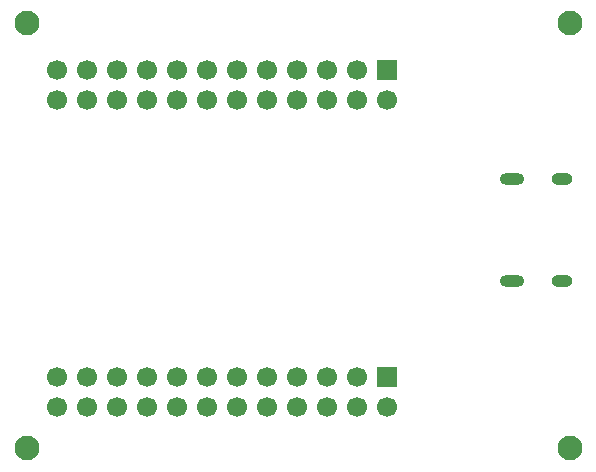
<source format=gbr>
%TF.GenerationSoftware,KiCad,Pcbnew,9.0.5*%
%TF.CreationDate,2025-11-16T12:38:37+03:30*%
%TF.ProjectId,WeAct-STM32G474,57654163-742d-4535-944d-333247343734,rev?*%
%TF.SameCoordinates,Original*%
%TF.FileFunction,Soldermask,Bot*%
%TF.FilePolarity,Negative*%
%FSLAX46Y46*%
G04 Gerber Fmt 4.6, Leading zero omitted, Abs format (unit mm)*
G04 Created by KiCad (PCBNEW 9.0.5) date 2025-11-16 12:38:37*
%MOMM*%
%LPD*%
G01*
G04 APERTURE LIST*
%ADD10R,1.700000X1.700000*%
%ADD11C,1.700000*%
%ADD12O,2.100000X1.000000*%
%ADD13O,1.800000X1.000000*%
%ADD14C,2.100000*%
G04 APERTURE END LIST*
D10*
%TO.C,J1*%
X151500000Y-84000000D03*
D11*
X151500000Y-86540000D03*
X148960000Y-84000000D03*
X148960000Y-86540000D03*
X146420000Y-84000000D03*
X146420000Y-86540000D03*
X143880000Y-84000000D03*
X143880000Y-86540000D03*
X141340000Y-84000000D03*
X141340000Y-86540000D03*
X138800000Y-84000000D03*
X138800000Y-86540000D03*
X136260000Y-84000000D03*
X136260000Y-86540000D03*
X133720000Y-84000000D03*
X133720000Y-86540000D03*
X131180000Y-84000000D03*
X131180000Y-86540000D03*
X128640000Y-84000000D03*
X128640000Y-86540000D03*
X126100000Y-84000000D03*
X126100000Y-86540000D03*
X123560000Y-84000000D03*
X123560000Y-86540000D03*
%TD*%
D12*
%TO.C,J3*%
X162125000Y-101870000D03*
D13*
X166325000Y-101870000D03*
D12*
X162125000Y-93230000D03*
D13*
X166325000Y-93230000D03*
%TD*%
D14*
%TO.C,REF\u002A\u002A*%
X121000000Y-116000000D03*
%TD*%
%TO.C,REF\u002A\u002A*%
X167000000Y-116000000D03*
%TD*%
%TO.C,REF\u002A\u002A*%
X121000000Y-80000000D03*
%TD*%
%TO.C,REF\u002A\u002A*%
X167000000Y-80000000D03*
%TD*%
D10*
%TO.C,J2*%
X151500000Y-110000000D03*
D11*
X151500000Y-112540000D03*
X148960000Y-110000000D03*
X148960000Y-112540000D03*
X146420000Y-110000000D03*
X146420000Y-112540000D03*
X143880000Y-110000000D03*
X143880000Y-112540000D03*
X141340000Y-110000000D03*
X141340000Y-112540000D03*
X138800000Y-110000000D03*
X138800000Y-112540000D03*
X136260000Y-110000000D03*
X136260000Y-112540000D03*
X133720000Y-110000000D03*
X133720000Y-112540000D03*
X131180000Y-110000000D03*
X131180000Y-112540000D03*
X128640000Y-110000000D03*
X128640000Y-112540000D03*
X126100000Y-110000000D03*
X126100000Y-112540000D03*
X123560000Y-110000000D03*
X123560000Y-112540000D03*
%TD*%
M02*

</source>
